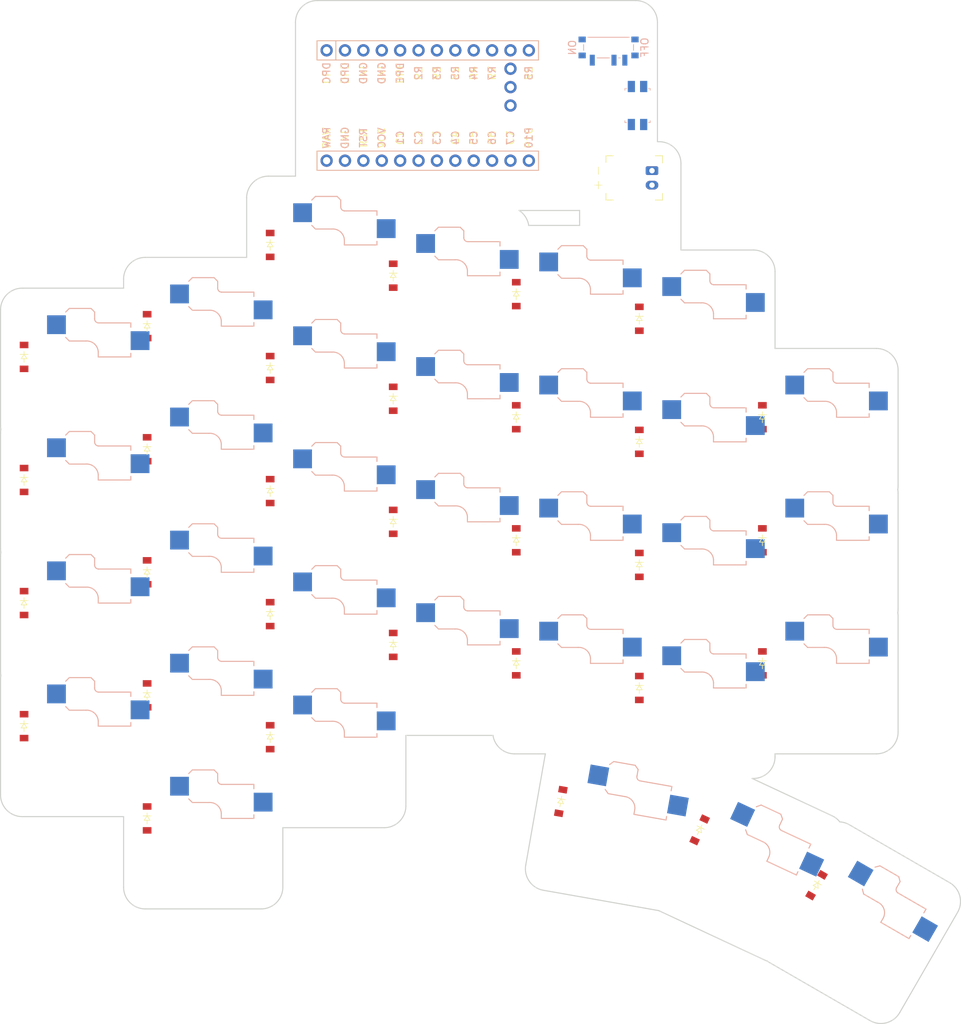
<source format=kicad_pcb>
(kicad_pcb
	(version 20240108)
	(generator "pcbnew")
	(generator_version "8.0")
	(general
		(thickness 1.6)
		(legacy_teardrops no)
	)
	(paper "A3")
	(title_block
		(title "left_pcb")
		(date "2025-08-10")
		(rev "v0.2")
		(company "Happily-Coding")
	)
	(layers
		(0 "F.Cu" signal)
		(31 "B.Cu" signal)
		(32 "B.Adhes" user "B.Adhesive")
		(33 "F.Adhes" user "F.Adhesive")
		(34 "B.Paste" user)
		(35 "F.Paste" user)
		(36 "B.SilkS" user "B.Silkscreen")
		(37 "F.SilkS" user "F.Silkscreen")
		(38 "B.Mask" user)
		(39 "F.Mask" user)
		(40 "Dwgs.User" user "User.Drawings")
		(41 "Cmts.User" user "User.Comments")
		(42 "Eco1.User" user "User.Eco1")
		(43 "Eco2.User" user "User.Eco2")
		(44 "Edge.Cuts" user)
		(45 "Margin" user)
		(46 "B.CrtYd" user "B.Courtyard")
		(47 "F.CrtYd" user "F.Courtyard")
		(48 "B.Fab" user)
		(49 "F.Fab" user)
	)
	(setup
		(pad_to_mask_clearance 0.05)
		(allow_soldermask_bridges_in_footprints no)
		(pcbplotparams
			(layerselection 0x00010fc_ffffffff)
			(plot_on_all_layers_selection 0x0000000_00000000)
			(disableapertmacros no)
			(usegerberextensions no)
			(usegerberattributes yes)
			(usegerberadvancedattributes yes)
			(creategerberjobfile yes)
			(dashed_line_dash_ratio 12.000000)
			(dashed_line_gap_ratio 3.000000)
			(svgprecision 4)
			(plotframeref no)
			(viasonmask no)
			(mode 1)
			(useauxorigin no)
			(hpglpennumber 1)
			(hpglpenspeed 20)
			(hpglpendiameter 15.000000)
			(pdf_front_fp_property_popups yes)
			(pdf_back_fp_property_popups yes)
			(dxfpolygonmode yes)
			(dxfimperialunits yes)
			(dxfusepcbnewfont yes)
			(psnegative no)
			(psa4output no)
			(plotreference yes)
			(plotvalue yes)
			(plotfptext yes)
			(plotinvisibletext no)
			(sketchpadsonfab no)
			(subtractmaskfromsilk no)
			(outputformat 1)
			(mirror no)
			(drillshape 1)
			(scaleselection 1)
			(outputdirectory "")
		)
	)
	(net 0 "")
	(net 1 "col1_row4")
	(net 2 "C1")
	(net 3 "GND")
	(net 4 "col1_row3")
	(net 5 "col1_row2")
	(net 6 "col1_row1")
	(net 7 "col2_row5")
	(net 8 "C2")
	(net 9 "col2_row4")
	(net 10 "col2_row3")
	(net 11 "col2_row2")
	(net 12 "col2_row1")
	(net 13 "col3_row5")
	(net 14 "C3")
	(net 15 "col3_row4")
	(net 16 "col3_row3")
	(net 17 "col3_row2")
	(net 18 "col3_row1")
	(net 19 "col4_row4")
	(net 20 "C4")
	(net 21 "col4_row3")
	(net 22 "col4_row2")
	(net 23 "col4_row1")
	(net 24 "col5_row4")
	(net 25 "C5")
	(net 26 "col5_row3")
	(net 27 "col5_row2")
	(net 28 "col5_row1")
	(net 29 "col6_row4")
	(net 30 "C6")
	(net 31 "col6_row3")
	(net 32 "col6_row2")
	(net 33 "col6_row1")
	(net 34 "col7_row4")
	(net 35 "C7")
	(net 36 "col7_row3")
	(net 37 "col7_row2")
	(net 38 "col1_thumb_row_1")
	(net 39 "col2_thumb_row_1")
	(net 40 "col3_thumb_row_1")
	(net 41 "R4")
	(net 42 "R3")
	(net 43 "R2")
	(net 44 "R1")
	(net 45 "R5")
	(net 46 "RAW")
	(net 47 "RST")
	(net 48 "VCC")
	(net 49 "P10")
	(net 50 "DPC")
	(net 51 "DPD")
	(net 52 "DPE")
	(net 53 "R7")
	(net 54 "R6")
	(net 55 "P101")
	(net 56 "P102")
	(net 57 "P107")
	(net 58 "BAT_P")
	(footprint "ceoloide:diode_tht_sod123" (layer "F.Cu") (at 61.25 82.03 -90))
	(footprint "ceoloide:mcu_nice_nano" (layer "F.Cu") (at 81.75 45.77 90))
	(footprint "ceoloide:diode_tht_sod123" (layer "F.Cu") (at 112.25 126.23 -90))
	(footprint "ceoloide:diode_tht_sod123" (layer "F.Cu") (at 101.408212 141.907015 -100))
	(footprint "ceoloide:diode_tht_sod123" (layer "F.Cu") (at 112.25 75.23 -90))
	(footprint "ceoloide:diode_tht_sod123" (layer "F.Cu") (at 112.25 92.23 -90))
	(footprint "ceoloide:mounting_hole_npth" (layer "F.Cu") (at 29.05 138.95))
	(footprint "ceoloide:diode_tht_sod123" (layer "F.Cu") (at 95.25 122.83 -90))
	(footprint "ceoloide:diode_tht_sod123" (layer "F.Cu") (at 112.25 109.23 -90))
	(footprint "ceoloide:battery_connector_jst_ph_2" (layer "F.Cu") (at 114 55.77 -90))
	(footprint "ceoloide:diode_tht_sod123" (layer "F.Cu") (at 44.25 76.25 -90))
	(footprint "ceoloide:diode_tht_sod123" (layer "F.Cu") (at 44.25 110.25 -90))
	(footprint "ceoloide:diode_tht_sod123" (layer "F.Cu") (at 44.25 93.25 -90))
	(footprint "ceoloide:diode_tht_sod123" (layer "F.Cu") (at 27.25 114.5 -90))
	(footprint "ceoloide:diode_tht_sod123" (layer "F.Cu") (at 44.25 127.25 -90))
	(footprint "ceoloide:diode_tht_sod123" (layer "F.Cu") (at 120.58077 145.830761 -115))
	(footprint "ceoloide:diode_tht_sod123" (layer "F.Cu") (at 61.25 65.03 -90))
	(footprint "ceoloide:diode_tht_sod123" (layer "F.Cu") (at 95.25 71.83 -90))
	(footprint "ceoloide:diode_tht_sod123" (layer "F.Cu") (at 78.25 120.28 -90))
	(footprint "ceoloide:diode_tht_sod123" (layer "F.Cu") (at 78.25 86.28 -90))
	(footprint "ceoloide:diode_tht_sod123" (layer "F.Cu") (at 61.25 133.03 -90))
	(footprint "ceoloide:diode_tht_sod123" (layer "F.Cu") (at 27.25 131.5 -90))
	(footprint "ceoloide:diode_tht_sod123" (layer "F.Cu") (at 78.25 103.28 -90))
	(footprint "ceoloide:diode_tht_sod123" (layer "F.Cu") (at 95.25 88.83 -90))
	(footprint "ceoloide:diode_tht_sod123" (layer "F.Cu") (at 129.25 88.83 -90))
	(footprint "ceoloide:diode_tht_sod123" (layer "F.Cu") (at 27.25 80.5 -90))
	(footprint "ceoloide:mounting_hole_npth" (layer "F.Cu") (at 114.05 82.68))
	(footprint "ceoloide:diode_tht_sod123" (layer "F.Cu") (at 129.25 105.83 -90))
	(footprint "ceoloide:diode_tht_sod123" (layer "F.Cu") (at 61.25 116.03 -90))
	(footprint "ceoloide:mounting_hole_npth" (layer "F.Cu") (at 29.05 87.95))
	(footprint "ceoloide:diode_tht_sod123" (layer "F.Cu") (at 136.731608 153.476132 -120))
	(footprint "ceoloide:diode_tht_sod123" (layer "F.Cu") (at 78.25 69.28 -90))
	(footprint "ceoloide:diode_tht_sod123" (layer "F.Cu") (at 95.25 105.83 -90))
	(footprint "ceoloide:diode_tht_sod123" (layer "F.Cu") (at 129.25 122.83 -90))
	(footprint "ceoloide:mounting_hole_npth" (layer "F.Cu") (at 114.05 133.68))
	(footprint "ceoloide:mounting_hole_npth" (layer "F.Cu") (at 119.063618 153.343467 -25))
	(footprint "ceoloide:diode_tht_sod123" (layer "F.Cu") (at 61.25 99.03 -90))
	(footprint "ceoloide:diode_tht_sod123" (layer "F.Cu") (at 44.25 144.25 -90))
	(footprint "ceoloide:diode_tht_sod123" (layer "F.Cu") (at 27.25 97.5 -90))
	(footprint "ceoloide:switch_choc_v1_v2" (layer "B.Cu") (at 86 70.78))
	(footprint "ceoloide:switch_choc_v1_v2" (layer "B.Cu") (at 69 83.53))
	(footprint "ceoloide:switch_choc_v1_v2" (layer "B.Cu") (at 142.693305 158.65017 -30))
	(footprint "ceoloide:switch_choc_v1_v2" (layer "B.Cu") (at 120 76.73))
	(footprint "ceoloide:switch_choc_v1_v2" (layer "B.Cu") (at 69 134.53))
	(footprint "ceoloide:switch_choc_v1_v2" (layer "B.Cu") (at 52 111.75))
	(footprint "ceoloide:switch_choc_v1_v2" (layer "B.Cu") (at 103 107.33))
	(footprint "ceoloide:switch_choc_v1_v2" (layer "B.Cu") (at 120 127.73))
	(footprint "ceoloide:switch_choc_v1_v2" (layer "B.Cu") (at 137 90.33))
	(footprint "ceoloide:switch_choc_v1_v2" (layer "B.Cu") (at 137 107.33))
	(footprint "ceoloide:switch_choc_v1_v2" (layer "B.Cu") (at 52 77.75))
	(footprint "ceoloide:switch_choc_v1_v2" (layer "B.Cu") (at 126.970728 150.465514 -25))
	(footprint "ceoloide:switch_choc_v1_v2" (layer "B.Cu") (at 86 104.78))
	(footprint "ceoloide:switch_choc_v1_v2" (layer "B.Cu") (at 86 121.78))
	(footprint "ceoloide:switch_choc_v1_v2" (layer "B.Cu") (at 137 124.33))
	(footprint "ceoloide:switch_choc_v1_v2" (layer "B.Cu") (at 35 116))
	(footprint "ceoloide:switch_choc_v1_v2"
		(layer "B.Cu")
		(uuid "7975deab-0c6a-4d8b-bf6f-524b91fb321e")
		(at 69 117.53)
		(property "Reference" "S11"
			(at 0 8.8 0)
			(layer "B.SilkS")
			(hide yes)
			(uuid "47648e2e-fd3b-4b7c-8901-606bb376094a")
			(effects
				(font
					(size 1 1)
					(thickness 0.15)
				)
			)
		)
		(property "Value" ""
			(at 0 0 0)
			(layer "F.Fab")
			(uuid "a6611647-d8cc-4296-89ef-37ea3b59a99b")
			(effects
				(font
					(size 1.27 1.27)
					(thickness 0.15)
				)
			)
		)
		(property "Footprint" ""
			(at 0 0 0)
			(layer "F.Fab")
			(hide yes)
			(uuid "e752fe1d-8755-4a97-ad0b-2ff585e499b5")
			(effects
				(font
					(size 1.27 1.27)
					(thickness 0.15)
				)
			)
		)
		(property "Datasheet" ""
			(at 0 0 0)
			(layer "F.Fab")
			(hide yes)
			(uuid "d0e33916-f0dc-4e78-9fb4-689e9e0ecdf2")
			(effects
				(font
					(size 1.27 1.27)
					(thickness 0.15)
				)
			)
		)
		(property "Description" ""
			(at 0 0 0)
			(layer "F.Fab")
			(hide yes)
			(uuid "59d091c4-590b-4d64-862e-b401b4c3ad5b")
			(effects
				(font
					(size 1.27 1.27)
					(thickness 0.15)
				)
			)
		)
		(attr exclude_from_pos_files exclude_from_bom allow_soldermask_bridges)
		(fp_line
			(start -1.5 -8.2)
			(end -2 -7.7)
	
... [100366 chars truncated]
</source>
